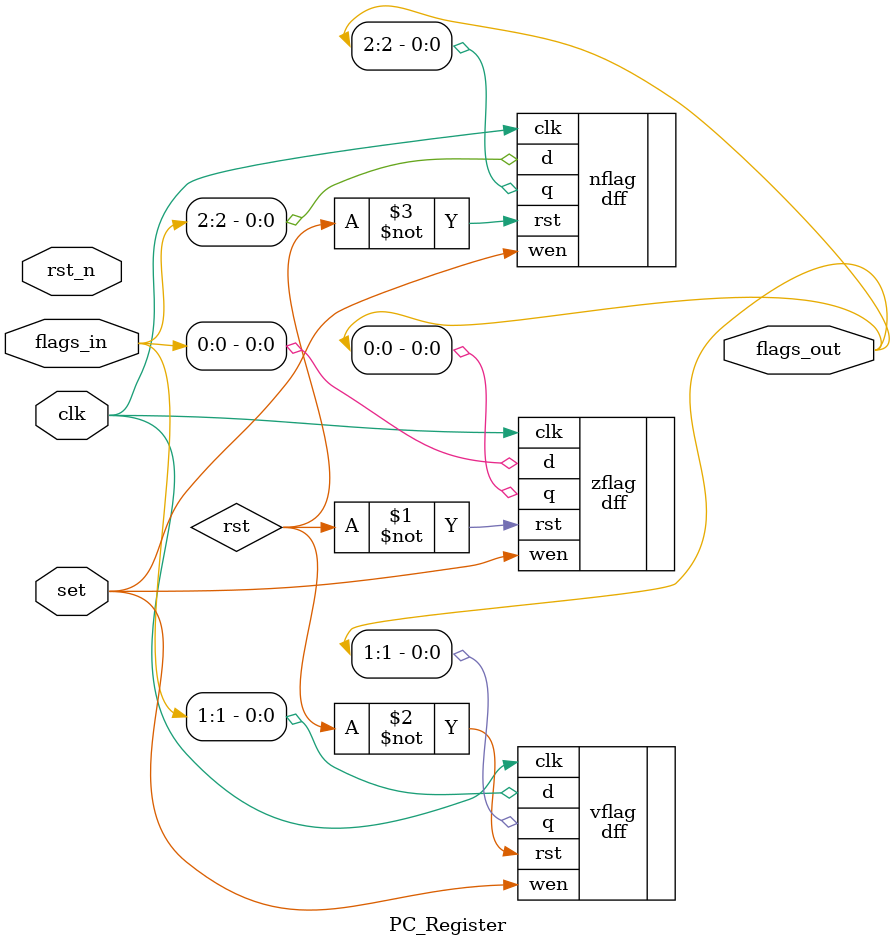
<source format=v>
module PC_Register(clk, rst_n, set, flags_in, flags_out);

input clk, rst_n, set;
input [2:0] flags_in;
output [2:0] flags_out;

dff 	zflag(.q(flags_out[0]), .d(flags_in[0]), .wen(set), .clk(clk), .rst(~rst)),
	vflag(.q(flags_out[1]), .d(flags_in[1]), .wen(set), .clk(clk), .rst(~rst)),
	nflag(.q(flags_out[2]), .d(flags_in[2]), .wen(set), .clk(clk), .rst(~rst));

endmodule

</source>
